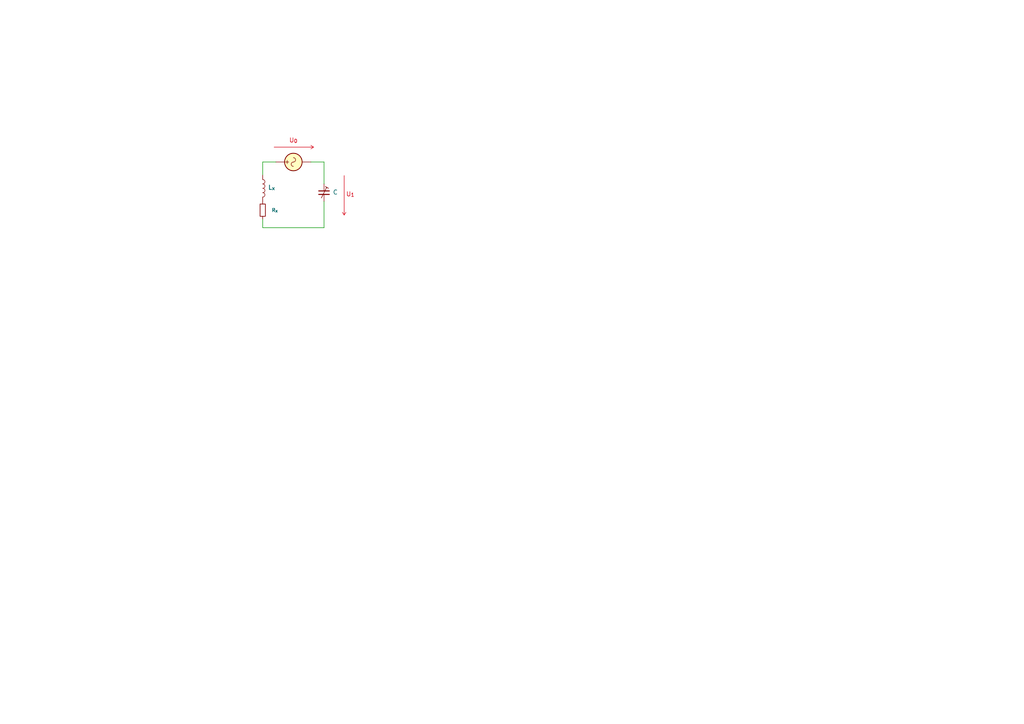
<source format=kicad_sch>
(kicad_sch
	(version 20250114)
	(generator "eeschema")
	(generator_version "9.0")
	(uuid "22c27e6e-7d61-4ca3-982c-3e79532ff75a")
	(paper "A4")
	(lib_symbols
		(symbol "Device:C_Trim_Small"
			(pin_numbers
				(hide yes)
			)
			(pin_names
				(offset 0.254)
				(hide yes)
			)
			(exclude_from_sim no)
			(in_bom yes)
			(on_board yes)
			(property "Reference" "C"
				(at 1.524 -2.032 0)
				(effects
					(font
						(size 1.27 1.27)
					)
				)
			)
			(property "Value" "C_Trim_Small"
				(at 3.048 -3.556 0)
				(effects
					(font
						(size 1.27 1.27)
					)
				)
			)
			(property "Footprint" ""
				(at 0 0 0)
				(effects
					(font
						(size 1.27 1.27)
					)
					(hide yes)
				)
			)
			(property "Datasheet" "~"
				(at 0 0 0)
				(effects
					(font
						(size 1.27 1.27)
					)
					(hide yes)
				)
			)
			(property "Description" "Trimmable capacitor, small symbol"
				(at 0 0 0)
				(effects
					(font
						(size 1.27 1.27)
					)
					(hide yes)
				)
			)
			(property "ki_keywords" "trimmer variable capacitor"
				(at 0 0 0)
				(effects
					(font
						(size 1.27 1.27)
					)
					(hide yes)
				)
			)
			(property "ki_fp_filters" "C_*"
				(at 0 0 0)
				(effects
					(font
						(size 1.27 1.27)
					)
					(hide yes)
				)
			)
			(symbol "C_Trim_Small_0_1"
				(polyline
					(pts
						(xy -1.524 0.508) (xy 1.524 0.508)
					)
					(stroke
						(width 0.3048)
						(type default)
					)
					(fill
						(type none)
					)
				)
				(polyline
					(pts
						(xy -1.524 -0.508) (xy 1.524 -0.508)
					)
					(stroke
						(width 0.3048)
						(type default)
					)
					(fill
						(type none)
					)
				)
				(polyline
					(pts
						(xy 0.762 1.524) (xy -0.762 -1.524)
					)
					(stroke
						(width 0.1778)
						(type default)
					)
					(fill
						(type none)
					)
				)
				(polyline
					(pts
						(xy 1.27 1.27) (xy 0.381 1.778)
					)
					(stroke
						(width 0.1778)
						(type default)
					)
					(fill
						(type none)
					)
				)
			)
			(symbol "C_Trim_Small_1_1"
				(pin passive line
					(at 0 2.54 270)
					(length 2.032)
					(name "~"
						(effects
							(font
								(size 1.27 1.27)
							)
						)
					)
					(number "1"
						(effects
							(font
								(size 1.27 1.27)
							)
						)
					)
				)
				(pin passive line
					(at 0 -2.54 90)
					(length 2.032)
					(name "~"
						(effects
							(font
								(size 1.27 1.27)
							)
						)
					)
					(number "2"
						(effects
							(font
								(size 1.27 1.27)
							)
						)
					)
				)
			)
			(embedded_fonts no)
		)
		(symbol "Device:L"
			(pin_numbers
				(hide yes)
			)
			(pin_names
				(offset 1.016)
				(hide yes)
			)
			(exclude_from_sim no)
			(in_bom yes)
			(on_board yes)
			(property "Reference" "L"
				(at -1.27 0 90)
				(effects
					(font
						(size 1.27 1.27)
					)
				)
			)
			(property "Value" "L"
				(at 1.905 0 90)
				(effects
					(font
						(size 1.27 1.27)
					)
				)
			)
			(property "Footprint" ""
				(at 0 0 0)
				(effects
					(font
						(size 1.27 1.27)
					)
					(hide yes)
				)
			)
			(property "Datasheet" "~"
				(at 0 0 0)
				(effects
					(font
						(size 1.27 1.27)
					)
					(hide yes)
				)
			)
			(property "Description" "Inductor"
				(at 0 0 0)
				(effects
					(font
						(size 1.27 1.27)
					)
					(hide yes)
				)
			)
			(property "ki_keywords" "inductor choke coil reactor magnetic"
				(at 0 0 0)
				(effects
					(font
						(size 1.27 1.27)
					)
					(hide yes)
				)
			)
			(property "ki_fp_filters" "Choke_* *Coil* Inductor_* L_*"
				(at 0 0 0)
				(effects
					(font
						(size 1.27 1.27)
					)
					(hide yes)
				)
			)
			(symbol "L_0_1"
				(arc
					(start 0 2.54)
					(mid 0.6323 1.905)
					(end 0 1.27)
					(stroke
						(width 0)
						(type default)
					)
					(fill
						(type none)
					)
				)
				(arc
					(start 0 1.27)
					(mid 0.6323 0.635)
					(end 0 0)
					(stroke
						(width 0)
						(type default)
					)
					(fill
						(type none)
					)
				)
				(arc
					(start 0 0)
					(mid 0.6323 -0.635)
					(end 0 -1.27)
					(stroke
						(width 0)
						(type default)
					)
					(fill
						(type none)
					)
				)
				(arc
					(start 0 -1.27)
					(mid 0.6323 -1.905)
					(end 0 -2.54)
					(stroke
						(width 0)
						(type default)
					)
					(fill
						(type none)
					)
				)
			)
			(symbol "L_1_1"
				(pin passive line
					(at 0 3.81 270)
					(length 1.27)
					(name "1"
						(effects
							(font
								(size 1.27 1.27)
							)
						)
					)
					(number "1"
						(effects
							(font
								(size 1.27 1.27)
							)
						)
					)
				)
				(pin passive line
					(at 0 -3.81 90)
					(length 1.27)
					(name "2"
						(effects
							(font
								(size 1.27 1.27)
							)
						)
					)
					(number "2"
						(effects
							(font
								(size 1.27 1.27)
							)
						)
					)
				)
			)
			(embedded_fonts no)
		)
		(symbol "Device:R_Small"
			(pin_numbers
				(hide yes)
			)
			(pin_names
				(offset 0.254)
				(hide yes)
			)
			(exclude_from_sim no)
			(in_bom yes)
			(on_board yes)
			(property "Reference" "R"
				(at 0 0 90)
				(effects
					(font
						(size 1.016 1.016)
					)
				)
			)
			(property "Value" "R_Small"
				(at 1.778 0 90)
				(effects
					(font
						(size 1.27 1.27)
					)
				)
			)
			(property "Footprint" ""
				(at 0 0 0)
				(effects
					(font
						(size 1.27 1.27)
					)
					(hide yes)
				)
			)
			(property "Datasheet" "~"
				(at 0 0 0)
				(effects
					(font
						(size 1.27 1.27)
					)
					(hide yes)
				)
			)
			(property "Description" "Resistor, small symbol"
				(at 0 0 0)
				(effects
					(font
						(size 1.27 1.27)
					)
					(hide yes)
				)
			)
			(property "ki_keywords" "R resistor"
				(at 0 0 0)
				(effects
					(font
						(size 1.27 1.27)
					)
					(hide yes)
				)
			)
			(property "ki_fp_filters" "R_*"
				(at 0 0 0)
				(effects
					(font
						(size 1.27 1.27)
					)
					(hide yes)
				)
			)
			(symbol "R_Small_0_1"
				(rectangle
					(start -0.762 1.778)
					(end 0.762 -1.778)
					(stroke
						(width 0.2032)
						(type default)
					)
					(fill
						(type none)
					)
				)
			)
			(symbol "R_Small_1_1"
				(pin passive line
					(at 0 2.54 270)
					(length 0.762)
					(name "~"
						(effects
							(font
								(size 1.27 1.27)
							)
						)
					)
					(number "1"
						(effects
							(font
								(size 1.27 1.27)
							)
						)
					)
				)
				(pin passive line
					(at 0 -2.54 90)
					(length 0.762)
					(name "~"
						(effects
							(font
								(size 1.27 1.27)
							)
						)
					)
					(number "2"
						(effects
							(font
								(size 1.27 1.27)
							)
						)
					)
				)
			)
			(embedded_fonts no)
		)
		(symbol "Simulation_SPICE:VSIN"
			(pin_numbers
				(hide yes)
			)
			(pin_names
				(offset 0.0254)
			)
			(exclude_from_sim no)
			(in_bom yes)
			(on_board yes)
			(property "Reference" "V"
				(at 2.54 2.54 0)
				(effects
					(font
						(size 1.27 1.27)
					)
					(justify left)
				)
			)
			(property "Value" "VSIN"
				(at 2.54 0 0)
				(effects
					(font
						(size 1.27 1.27)
					)
					(justify left)
				)
			)
			(property "Footprint" ""
				(at 0 0 0)
				(effects
					(font
						(size 1.27 1.27)
					)
					(hide yes)
				)
			)
			(property "Datasheet" "https://ngspice.sourceforge.io/docs/ngspice-html-manual/manual.xhtml#sec_Independent_Sources_for"
				(at 0 0 0)
				(effects
					(font
						(size 1.27 1.27)
					)
					(hide yes)
				)
			)
			(property "Description" "Voltage source, sinusoidal"
				(at 0 0 0)
				(effects
					(font
						(size 1.27 1.27)
					)
					(hide yes)
				)
			)
			(property "Sim.Pins" "1=+ 2=-"
				(at 0 0 0)
				(effects
					(font
						(size 1.27 1.27)
					)
					(hide yes)
				)
			)
			(property "Sim.Params" "dc=0 ampl=1 f=1k ac=1"
				(at 2.54 -2.54 0)
				(effects
					(font
						(size 1.27 1.27)
					)
					(justify left)
				)
			)
			(property "Sim.Type" "SIN"
				(at 0 0 0)
				(effects
					(font
						(size 1.27 1.27)
					)
					(hide yes)
				)
			)
			(property "Sim.Device" "V"
				(at 0 0 0)
				(effects
					(font
						(size 1.27 1.27)
					)
					(justify left)
					(hide yes)
				)
			)
			(property "ki_keywords" "simulation ac vac"
				(at 0 0 0)
				(effects
					(font
						(size 1.27 1.27)
					)
					(hide yes)
				)
			)
			(symbol "VSIN_0_0"
				(arc
					(start -1.27 0)
					(mid -0.635 0.6323)
					(end 0 0)
					(stroke
						(width 0)
						(type default)
					)
					(fill
						(type none)
					)
				)
				(arc
					(start 1.27 0)
					(mid 0.635 -0.6323)
					(end 0 0)
					(stroke
						(width 0)
						(type default)
					)
					(fill
						(type none)
					)
				)
				(text "+"
					(at 0 1.905 0)
					(effects
						(font
							(size 1.27 1.27)
						)
					)
				)
			)
			(symbol "VSIN_0_1"
				(circle
					(center 0 0)
					(radius 2.54)
					(stroke
						(width 0.254)
						(type default)
					)
					(fill
						(type background)
					)
				)
			)
			(symbol "VSIN_1_1"
				(pin passive line
					(at 0 5.08 270)
					(length 2.54)
					(name "~"
						(effects
							(font
								(size 1.27 1.27)
							)
						)
					)
					(number "1"
						(effects
							(font
								(size 1.27 1.27)
							)
						)
					)
				)
				(pin passive line
					(at 0 -5.08 90)
					(length 2.54)
					(name "~"
						(effects
							(font
								(size 1.27 1.27)
							)
						)
					)
					(number "2"
						(effects
							(font
								(size 1.27 1.27)
							)
						)
					)
				)
			)
			(embedded_fonts no)
		)
	)
	(text "U_{0}"
		(exclude_from_sim no)
		(at 85.09 40.894 0)
		(effects
			(font
				(size 1.27 1.27)
				(color 213 0 18 1)
			)
		)
		(uuid "aac7f324-7ab2-46f1-baf0-1bb2542208f9")
	)
	(text "U_{1}"
		(exclude_from_sim no)
		(at 101.6 56.515 0)
		(effects
			(font
				(size 1.27 1.27)
				(color 213 0 18 1)
			)
		)
		(uuid "b52d6c82-e41c-4eab-8138-6ee7271fdacd")
	)
	(wire
		(pts
			(xy 90.17 46.99) (xy 93.98 46.99)
		)
		(stroke
			(width 0)
			(type default)
		)
		(uuid "11849f4f-cf2b-489d-b908-a3adf5301b4b")
	)
	(wire
		(pts
			(xy 76.2 63.5) (xy 76.2 66.04)
		)
		(stroke
			(width 0)
			(type default)
		)
		(uuid "16b8ecdc-1cd2-4c4e-af0f-ddd64b8fbc9c")
	)
	(wire
		(pts
			(xy 76.2 66.04) (xy 93.98 66.04)
		)
		(stroke
			(width 0)
			(type default)
		)
		(uuid "16c28c16-e344-4979-aea9-539a9ccbc645")
	)
	(polyline
		(pts
			(xy 79.502 42.672) (xy 90.932 42.672)
		)
		(stroke
			(width 0)
			(type solid)
			(color 213 0 18 1)
		)
		(uuid "50cdef08-5f9f-46d3-9dfb-4f8ac29ecd58")
	)
	(wire
		(pts
			(xy 93.98 46.99) (xy 93.98 53.34)
		)
		(stroke
			(width 0)
			(type default)
		)
		(uuid "54872fd6-fb30-41f3-9e1e-f3175a762d0b")
	)
	(wire
		(pts
			(xy 93.98 66.04) (xy 93.98 58.42)
		)
		(stroke
			(width 0)
			(type default)
		)
		(uuid "6b25c99c-c2c7-4418-95a8-d75266721e21")
	)
	(wire
		(pts
			(xy 76.2 50.8) (xy 76.2 46.99)
		)
		(stroke
			(width 0)
			(type default)
		)
		(uuid "8e7b0423-f582-430a-8b1b-b91f7488dbc9")
	)
	(polyline
		(pts
			(xy 99.822 50.927) (xy 99.822 62.357)
		)
		(stroke
			(width 0)
			(type solid)
			(color 213 0 18 1)
		)
		(uuid "900976dd-9ca6-44dc-aca0-e4a5c88ad983")
	)
	(polyline
		(pts
			(xy 90.17 43.18) (xy 90.932 42.672)
		)
		(stroke
			(width 0)
			(type solid)
			(color 213 0 18 1)
		)
		(uuid "a0f0f2d6-073b-438c-bfac-45182553ddfc")
	)
	(polyline
		(pts
			(xy 99.314 61.595) (xy 99.822 62.357)
		)
		(stroke
			(width 0)
			(type solid)
			(color 213 0 18 1)
		)
		(uuid "bd7805ce-cb56-415a-9476-1e519fb1d5c3")
	)
	(polyline
		(pts
			(xy 99.822 62.357) (xy 100.33 61.595)
		)
		(stroke
			(width 0)
			(type solid)
			(color 213 0 18 1)
		)
		(uuid "d927241a-a94d-49d3-8558-d9baaf769204")
	)
	(wire
		(pts
			(xy 76.2 46.99) (xy 80.01 46.99)
		)
		(stroke
			(width 0)
			(type default)
		)
		(uuid "e4684804-eae2-4eaa-8d40-1753b3537008")
	)
	(polyline
		(pts
			(xy 90.932 42.672) (xy 90.17 42.164)
		)
		(stroke
			(width 0)
			(type solid)
			(color 213 0 18 1)
		)
		(uuid "fea985a6-067c-47bf-8e5a-ad7ef9fab09c")
	)
	(symbol
		(lib_id "Device:R_Small")
		(at 76.2 60.96 0)
		(unit 1)
		(exclude_from_sim no)
		(in_bom yes)
		(on_board yes)
		(dnp no)
		(fields_autoplaced yes)
		(uuid "be23f1c4-eb58-4e27-847a-0cf969a780c5")
		(property "Reference" "R_{x}"
			(at 78.74 60.9599 0)
			(effects
				(font
					(size 1.016 1.016)
				)
				(justify left)
			)
		)
		(property "Value" "R_Small"
			(at 78.74 62.2299 0)
			(effects
				(font
					(size 1.27 1.27)
				)
				(justify left)
				(hide yes)
			)
		)
		(property "Footprint" ""
			(at 76.2 60.96 0)
			(effects
				(font
					(size 1.27 1.27)
				)
				(hide yes)
			)
		)
		(property "Datasheet" "~"
			(at 76.2 60.96 0)
			(effects
				(font
					(size 1.27 1.27)
				)
				(hide yes)
			)
		)
		(property "Description" "Resistor, small symbol"
			(at 76.2 60.96 0)
			(effects
				(font
					(size 1.27 1.27)
				)
				(hide yes)
			)
		)
		(pin "1"
			(uuid "841e4a84-9c20-4318-9be5-4567fb47713e")
		)
		(pin "2"
			(uuid "d751f6a3-3dfb-4864-9efb-ab174b4a0c37")
		)
		(instances
			(project ""
				(path "/ba5b7f3f-bcc2-4274-bf72-d951c4da15c7/b07e9222-1b5b-4006-ba73-7ec0f2c6acad"
					(reference "R_{x}")
					(unit 1)
				)
			)
		)
	)
	(symbol
		(lib_id "Simulation_SPICE:VSIN")
		(at 85.09 46.99 90)
		(unit 1)
		(exclude_from_sim no)
		(in_bom yes)
		(on_board yes)
		(dnp no)
		(fields_autoplaced yes)
		(uuid "ceb0ba5f-8485-4503-8c06-e45b145a33b8")
		(property "Reference" "U4"
			(at 84.9601 43.18 0)
			(effects
				(font
					(size 1.27 1.27)
				)
				(justify left)
				(hide yes)
			)
		)
		(property "Value" "VSIN"
			(at 84.9601 43.18 0)
			(effects
				(font
					(size 1.27 1.27)
				)
				(justify left)
				(hide yes)
			)
		)
		(property "Footprint" ""
			(at 85.09 46.99 0)
			(effects
				(font
					(size 1.27 1.27)
				)
				(hide yes)
			)
		)
		(property "Datasheet" "https://ngspice.sourceforge.io/docs/ngspice-html-manual/manual.xhtml#sec_Independent_Sources_for"
			(at 85.09 46.99 0)
			(effects
				(font
					(size 1.27 1.27)
				)
				(hide yes)
			)
		)
		(property "Description" "Voltage source, sinusoidal"
			(at 85.09 46.99 0)
			(effects
				(font
					(size 1.27 1.27)
				)
				(hide yes)
			)
		)
		(property "Sim.Pins" "1=+ 2=-"
			(at 85.09 46.99 0)
			(effects
				(font
					(size 1.27 1.27)
				)
				(hide yes)
			)
		)
		(property "Sim.Params" "dc=0 ampl=1 f=1k ac=1"
			(at 87.5001 43.18 0)
			(effects
				(font
					(size 1.27 1.27)
				)
				(justify left)
				(hide yes)
			)
		)
		(property "Sim.Type" "SIN"
			(at 85.09 46.99 0)
			(effects
				(font
					(size 1.27 1.27)
				)
				(hide yes)
			)
		)
		(property "Sim.Device" "V"
			(at 85.09 46.99 0)
			(effects
				(font
					(size 1.27 1.27)
				)
				(justify left)
				(hide yes)
			)
		)
		(pin "1"
			(uuid "018059d0-b0c7-474a-bd45-b65afca42d21")
		)
		(pin "2"
			(uuid "8db72b40-00ee-4c46-a050-6c1e35cfe9e7")
		)
		(instances
			(project "schemata"
				(path "/ba5b7f3f-bcc2-4274-bf72-d951c4da15c7/b07e9222-1b5b-4006-ba73-7ec0f2c6acad"
					(reference "U4")
					(unit 1)
				)
			)
		)
	)
	(symbol
		(lib_id "Device:C_Trim_Small")
		(at 93.98 55.88 0)
		(unit 1)
		(exclude_from_sim no)
		(in_bom yes)
		(on_board yes)
		(dnp no)
		(fields_autoplaced yes)
		(uuid "e685efb3-f932-4473-92e0-57750111eba1")
		(property "Reference" "C"
			(at 96.52 55.7529 0)
			(effects
				(font
					(size 1.27 1.27)
				)
				(justify left)
			)
		)
		(property "Value" "C_Trim_Small"
			(at 96.52 57.0229 0)
			(effects
				(font
					(size 1.27 1.27)
				)
				(justify left)
				(hide yes)
			)
		)
		(property "Footprint" ""
			(at 93.98 55.88 0)
			(effects
				(font
					(size 1.27 1.27)
				)
				(hide yes)
			)
		)
		(property "Datasheet" "~"
			(at 93.98 55.88 0)
			(effects
				(font
					(size 1.27 1.27)
				)
				(hide yes)
			)
		)
		(property "Description" "Trimmable capacitor, small symbol"
			(at 93.98 55.88 0)
			(effects
				(font
					(size 1.27 1.27)
				)
				(hide yes)
			)
		)
		(pin "2"
			(uuid "fc7c445a-c295-4674-9013-2ead2adf0f9b")
		)
		(pin "1"
			(uuid "d4b40469-75bd-49ca-8dbe-a403283ec1de")
		)
		(instances
			(project ""
				(path "/ba5b7f3f-bcc2-4274-bf72-d951c4da15c7/b07e9222-1b5b-4006-ba73-7ec0f2c6acad"
					(reference "C")
					(unit 1)
				)
			)
		)
	)
	(symbol
		(lib_id "Device:L")
		(at 76.2 54.61 0)
		(unit 1)
		(exclude_from_sim no)
		(in_bom yes)
		(on_board yes)
		(dnp no)
		(uuid "f1935319-e368-4951-b29f-f6edabfec1da")
		(property "Reference" "L_{x}"
			(at 77.724 54.356 0)
			(effects
				(font
					(size 1.27 1.27)
				)
				(justify left)
			)
		)
		(property "Value" "L"
			(at 77.47 55.8799 0)
			(effects
				(font
					(size 1.27 1.27)
				)
				(justify left)
				(hide yes)
			)
		)
		(property "Footprint" ""
			(at 76.2 54.61 0)
			(effects
				(font
					(size 1.27 1.27)
				)
				(hide yes)
			)
		)
		(property "Datasheet" "~"
			(at 76.2 54.61 0)
			(effects
				(font
					(size 1.27 1.27)
				)
				(hide yes)
			)
		)
		(property "Description" "Inductor"
			(at 76.2 54.61 0)
			(effects
				(font
					(size 1.27 1.27)
				)
				(hide yes)
			)
		)
		(pin "2"
			(uuid "cdbc762e-149b-49e2-9caa-a11dd18adceb")
		)
		(pin "1"
			(uuid "5ec3bc41-21f1-4c37-8839-ec294f196e9f")
		)
		(instances
			(project ""
				(path "/ba5b7f3f-bcc2-4274-bf72-d951c4da15c7/b07e9222-1b5b-4006-ba73-7ec0f2c6acad"
					(reference "L_{x}")
					(unit 1)
				)
			)
		)
	)
)

</source>
